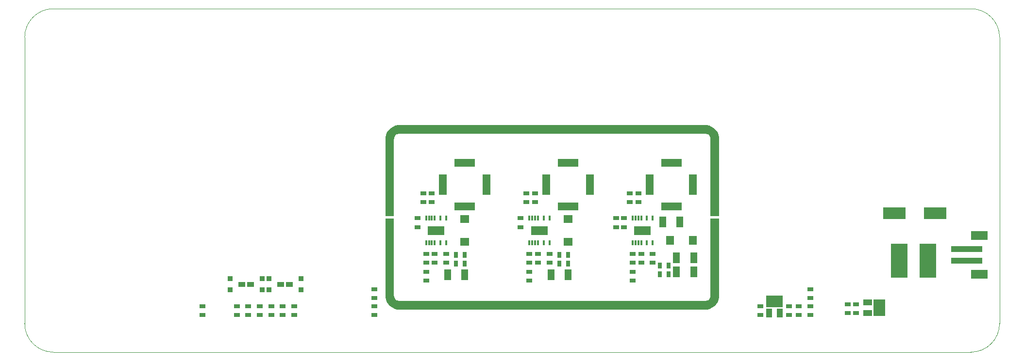
<source format=gbp>
G04*
G04 #@! TF.GenerationSoftware,Altium Limited,Altium Designer,23.4.1 (23)*
G04*
G04 Layer_Color=128*
%FSLAX44Y44*%
%MOMM*%
G71*
G04*
G04 #@! TF.SameCoordinates,58649B99-4679-472A-8ADD-EDA87348F3DE*
G04*
G04*
G04 #@! TF.FilePolarity,Positive*
G04*
G01*
G75*
%ADD11C,0.1000*%
%ADD18R,0.9906X0.6604*%
%ADD49R,0.6604X0.9906*%
%ADD50R,1.4000X3.6000*%
%ADD51R,3.6000X1.4000*%
%ADD52R,1.6400X1.4000*%
%ADD53R,1.1938X1.8796*%
%ADD54R,0.3050X0.8890*%
G04:AMPARAMS|DCode=55|XSize=0.889mm|YSize=0.305mm|CornerRadius=0mm|HoleSize=0mm|Usage=FLASHONLY|Rotation=90.000|XOffset=0mm|YOffset=0mm|HoleType=Round|Shape=Octagon|*
%AMOCTAGOND55*
4,1,8,0.0763,0.4445,-0.0763,0.4445,-0.1525,0.3683,-0.1525,-0.3683,-0.0763,-0.4445,0.0763,-0.4445,0.1525,-0.3683,0.1525,0.3683,0.0763,0.4445,0.0*
%
%ADD55OCTAGOND55*%

%ADD56R,2.8450X1.6150*%
%ADD57R,1.4000X1.6400*%
%ADD58R,1.4000X3.6000*%
%ADD61R,3.0000X1.6000*%
%ADD62R,5.5000X1.0000*%
%ADD63R,1.0000X1.5000*%
%ADD64R,2.9000X2.0500*%
%ADD65R,1.5000X1.0000*%
%ADD66R,2.0500X2.9000*%
%ADD67R,3.0000X6.0000*%
%ADD68R,0.9144X0.9144*%
%ADD69R,1.2700X0.9144*%
%ADD70R,4.0000X2.0000*%
G36*
X629000Y233000D02*
Y98500D01*
X629000Y96136D01*
X629922Y91499D01*
X631731Y87132D01*
X634358Y83201D01*
X637701Y79858D01*
X641632Y77231D01*
X645999Y75422D01*
X650636Y74500D01*
X653000D01*
X653000Y74500D01*
Y74500D01*
X1187000Y74500D01*
Y74500D01*
X1189364D01*
X1194000Y75422D01*
X1198368Y77231D01*
X1202299Y79858D01*
X1205642Y83201D01*
X1208269Y87132D01*
X1210078Y91499D01*
X1211000Y96136D01*
Y98500D01*
X1211000Y98500D01*
Y233000D01*
X1196000Y233000D01*
Y98500D01*
X1195957Y97618D01*
X1195612Y95887D01*
X1194937Y94257D01*
X1193957Y92790D01*
X1192710Y91543D01*
X1191243Y90563D01*
X1189613Y89888D01*
X1187882Y89543D01*
X1187000Y89500D01*
X1187000Y89500D01*
X653000Y89500D01*
X652118Y89543D01*
X650387Y89888D01*
X648757Y90563D01*
X647290Y91543D01*
X646043Y92790D01*
X645063Y94257D01*
X644388Y95887D01*
X644043Y97618D01*
X644000Y98500D01*
Y98500D01*
X644000Y233000D01*
X629000Y233000D01*
D02*
G37*
G36*
X629000Y238000D02*
X629000Y372500D01*
X629000Y374864D01*
X629922Y379501D01*
X631731Y383868D01*
X634358Y387799D01*
X637701Y391142D01*
X641632Y393769D01*
X645999Y395578D01*
X650636Y396500D01*
X653000D01*
X653000Y396500D01*
X653000Y396500D01*
X1187000Y396500D01*
X1187000Y396500D01*
X1189364D01*
X1194000Y395578D01*
X1198368Y393769D01*
X1202299Y391142D01*
X1205642Y387799D01*
X1208269Y383868D01*
X1210078Y379501D01*
X1211000Y374864D01*
Y372500D01*
X1211000D01*
X1211000Y238000D01*
X1196000Y238000D01*
X1196000Y372500D01*
X1195957Y373382D01*
X1195612Y375112D01*
X1194937Y376743D01*
X1193957Y378209D01*
X1192710Y379457D01*
X1191243Y380437D01*
X1189613Y381112D01*
X1187882Y381457D01*
X1187000Y381500D01*
D01*
X653000Y381500D01*
X652118Y381457D01*
X650387Y381113D01*
X648757Y380437D01*
X647290Y379457D01*
X646043Y378210D01*
X645063Y376743D01*
X644388Y375113D01*
X644043Y373382D01*
X644000Y372500D01*
Y372500D01*
Y238000D01*
X629000Y238000D01*
D02*
G37*
D11*
X0Y50000D02*
G03*
X50000Y-0I50000J0D01*
G01*
X1650000Y-0D02*
G03*
X1700000Y50000I0J50000D01*
G01*
Y550000D02*
G03*
X1650000Y600000I-50000J0D01*
G01*
X50000D02*
G03*
X0Y550000I0J-50000D01*
G01*
X50000Y-0D02*
X1650000D01*
X1700000Y50000D02*
Y550000D01*
X50000Y600000D02*
X1650000D01*
X0Y50000D02*
Y550000D01*
D18*
X715000Y156157D02*
D03*
X715000Y171651D02*
D03*
X735000D02*
D03*
X735000Y156157D02*
D03*
X695000Y277500D02*
D03*
X695000Y262006D02*
D03*
X710000Y277500D02*
D03*
X710000Y262006D02*
D03*
X685000Y218506D02*
D03*
X685000Y234000D02*
D03*
X700000Y156157D02*
D03*
X700000Y171651D02*
D03*
Y125000D02*
D03*
X700000Y140494D02*
D03*
X890000Y277500D02*
D03*
X890000Y262006D02*
D03*
X915000Y171651D02*
D03*
X915000Y156157D02*
D03*
X895000D02*
D03*
X895000Y171651D02*
D03*
X880000Y156157D02*
D03*
X880000Y171651D02*
D03*
X865000Y218506D02*
D03*
X865000Y234000D02*
D03*
X875000Y277500D02*
D03*
X875000Y262006D02*
D03*
X880000Y125000D02*
D03*
X880000Y140494D02*
D03*
X1060000Y125000D02*
D03*
X1060000Y140494D02*
D03*
X1060000Y156157D02*
D03*
X1060000Y171651D02*
D03*
X1031000Y234000D02*
D03*
X1031000Y218506D02*
D03*
X1045000Y218506D02*
D03*
X1045000Y234000D02*
D03*
X1055000Y277500D02*
D03*
X1055000Y262006D02*
D03*
X1070000Y277500D02*
D03*
X1070000Y262006D02*
D03*
X1075000Y156157D02*
D03*
X1075000Y171651D02*
D03*
X1095000D02*
D03*
X1095000Y156157D02*
D03*
X1450000Y68000D02*
D03*
X1450000Y83494D02*
D03*
X1435000Y68000D02*
D03*
X1435000Y83494D02*
D03*
X1370000Y80000D02*
D03*
X1370000Y64506D02*
D03*
X610000Y80000D02*
D03*
X610000Y64506D02*
D03*
X370000Y80000D02*
D03*
X370000Y64506D02*
D03*
X390000Y64506D02*
D03*
X390000Y80000D02*
D03*
X410000Y80000D02*
D03*
X410000Y64506D02*
D03*
X430000D02*
D03*
X430000Y80000D02*
D03*
X450000D02*
D03*
X450000Y64506D02*
D03*
X1370000Y110000D02*
D03*
X1370000Y94506D02*
D03*
X610000Y110000D02*
D03*
X610000Y94506D02*
D03*
X470000Y80000D02*
D03*
X470000Y64506D02*
D03*
X1350000Y80000D02*
D03*
X1350000Y64506D02*
D03*
X310000Y80000D02*
D03*
X310000Y64506D02*
D03*
X1283000Y80000D02*
D03*
X1283000Y64506D02*
D03*
X1333000Y80000D02*
D03*
X1333000Y64506D02*
D03*
D49*
X752006Y170000D02*
D03*
X767500Y170000D02*
D03*
X752006Y155000D02*
D03*
X767500Y155000D02*
D03*
X932006Y170000D02*
D03*
X947500Y170000D02*
D03*
X932006Y155000D02*
D03*
X947500Y155000D02*
D03*
X1107506Y151000D02*
D03*
X1123000Y151000D02*
D03*
X1107506Y136000D02*
D03*
X1123000Y136000D02*
D03*
D50*
X729500Y292500D02*
D03*
X805500D02*
D03*
X909500Y292500D02*
D03*
X985500D02*
D03*
D51*
X767500Y254500D02*
D03*
Y330500D02*
D03*
X947500Y254500D02*
D03*
Y330500D02*
D03*
X1127500Y254500D02*
D03*
Y330500D02*
D03*
D52*
X767500Y192350D02*
D03*
X767500Y232650D02*
D03*
X947500Y192350D02*
D03*
X947500Y232650D02*
D03*
D53*
X737528Y135000D02*
D03*
X767500Y135000D02*
D03*
X917528Y135000D02*
D03*
X947500Y135000D02*
D03*
X1166531Y165000D02*
D03*
X1136559Y165000D02*
D03*
X1166531Y140000D02*
D03*
X1136559Y140000D02*
D03*
X1112514Y227500D02*
D03*
X1142486Y227500D02*
D03*
D54*
X889999Y190999D02*
D03*
X914999Y233999D02*
D03*
X894999Y190999D02*
D03*
X904999D02*
D03*
X884999D02*
D03*
X879999D02*
D03*
X904999Y233999D02*
D03*
X894999D02*
D03*
X889999D02*
D03*
X884999D02*
D03*
X879999D02*
D03*
X1069998Y190999D02*
D03*
X1094998Y233999D02*
D03*
X1074998Y190999D02*
D03*
X1084998D02*
D03*
X1064998D02*
D03*
X1059998D02*
D03*
X1084998Y233999D02*
D03*
X1074998D02*
D03*
X1069998D02*
D03*
X1064998D02*
D03*
X1059998D02*
D03*
X710000Y191000D02*
D03*
X735000Y234000D02*
D03*
X715000Y191000D02*
D03*
X725000D02*
D03*
X705000D02*
D03*
X700000D02*
D03*
X725000Y234000D02*
D03*
X715000D02*
D03*
X710000D02*
D03*
X705000D02*
D03*
X700000D02*
D03*
D55*
X914999Y190999D02*
D03*
X1094998Y190999D02*
D03*
X735000Y191000D02*
D03*
D56*
X897498Y212498D02*
D03*
X1077497Y212498D02*
D03*
X717499Y212499D02*
D03*
D57*
X1125200Y195000D02*
D03*
X1165500Y195000D02*
D03*
D58*
X1089500Y292500D02*
D03*
X1165500D02*
D03*
D61*
X1665000Y136000D02*
D03*
Y204000D02*
D03*
D62*
X1642500Y180000D02*
D03*
Y160000D02*
D03*
D63*
X1317000Y68704D02*
D03*
X1298000D02*
D03*
D64*
X1307500Y89024D02*
D03*
D65*
X1469894Y68000D02*
D03*
Y87000D02*
D03*
D66*
X1490214Y77500D02*
D03*
D67*
X1575000Y160000D02*
D03*
X1525000D02*
D03*
D68*
X358000Y108696D02*
D03*
Y128000D02*
D03*
X414000Y128000D02*
D03*
Y108696D02*
D03*
X426000Y108696D02*
D03*
Y128000D02*
D03*
X482000Y128000D02*
D03*
Y108696D02*
D03*
D69*
X378320Y118348D02*
D03*
X393680Y118348D02*
D03*
X446320Y118348D02*
D03*
X461680Y118348D02*
D03*
D70*
X1587500Y242500D02*
D03*
X1516500D02*
D03*
M02*

</source>
